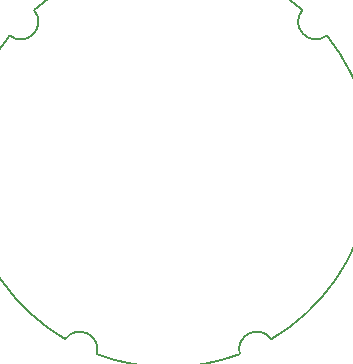
<source format=gko>
%TF.GenerationSoftware,KiCad,Pcbnew,7.0.6*%
%TF.CreationDate,2023-09-26T22:04:44+02:00*%
%TF.ProjectId,torque_controller,746f7271-7565-45f6-936f-6e74726f6c6c,rev?*%
%TF.SameCoordinates,Original*%
%TF.FileFunction,Profile,NP*%
%FSLAX46Y46*%
G04 Gerber Fmt 4.6, Leading zero omitted, Abs format (unit mm)*
G04 Created by KiCad (PCBNEW 7.0.6) date 2023-09-26 22:04:44*
%MOMM*%
%LPD*%
G01*
G04 APERTURE LIST*
%TA.AperFunction,Profile*%
%ADD10C,0.200000*%
%TD*%
G04 APERTURE END LIST*
D10*
X111703206Y-106281805D02*
G75*
G03*
X116411320Y-80575857I-8723206J14881805D01*
G01*
X111703209Y-106281805D02*
G75*
G03*
X109034979Y-107552390I-1223209J-868195D01*
G01*
X89548677Y-80575857D02*
G75*
G03*
X94256791Y-106281805I13431323J-10824143D01*
G01*
X114343120Y-78421480D02*
G75*
G03*
X116411321Y-80575857I1136880J-978520D01*
G01*
X96925020Y-107552390D02*
G75*
G03*
X94256791Y-106281806I-1445020J402390D01*
G01*
X114343119Y-78421479D02*
G75*
G03*
X91616879Y-78421479I-11363120J-12978521D01*
G01*
X96925019Y-107552390D02*
G75*
G03*
X109034979Y-107552390I6054980J16152383D01*
G01*
X89548678Y-80575856D02*
G75*
G03*
X91616879Y-78421479I931322J1175856D01*
G01*
M02*

</source>
